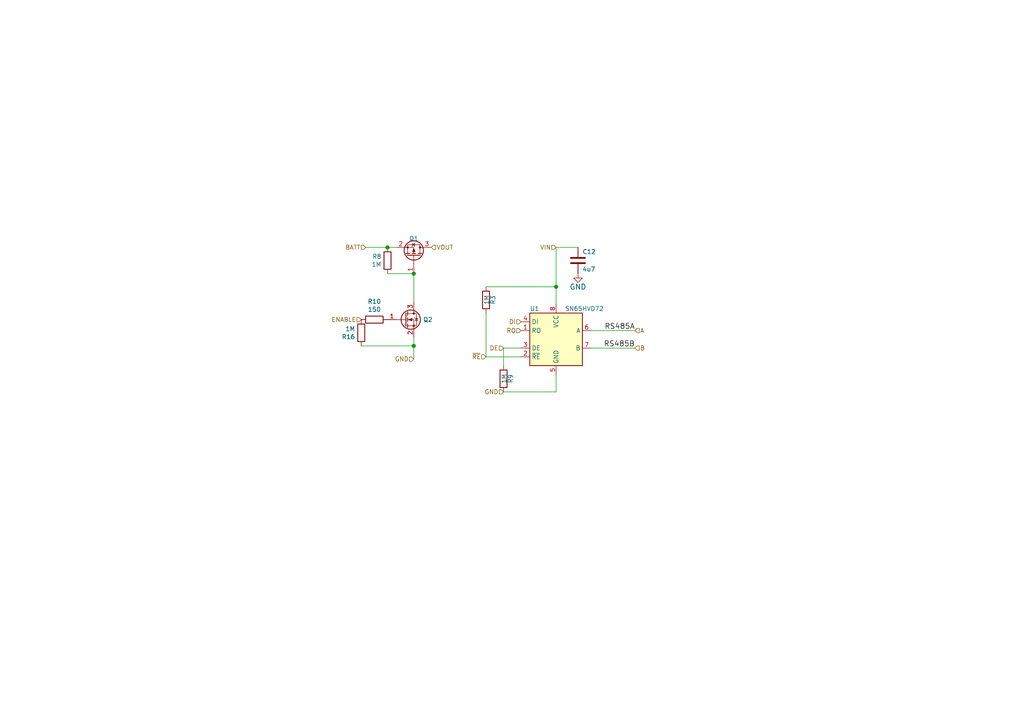
<source format=kicad_sch>
(kicad_sch (version 20230121) (generator eeschema)
  (paper "A4")
  (title_block (date "2020-01-17") (rev "1.2"))
  (lib_symbols
    (symbol "Device:C" (pin_numbers hide) (pin_names (offset 0.254))
      (property "Reference" "C" (at 0.635 2.54 0))
      (property "Value" "C" (at 0.635 -2.54 0))
      (symbol "C_0_1"
        (polyline (pts (xy -2.032 -0.762) (xy 2.032 -0.762)) (stroke (width 0.508)))
        (polyline (pts (xy -2.032 0.762) (xy 2.032 0.762)) (stroke (width 0.508)))
      )
      (symbol "C_1_1"
        (pin passive line (at 0 3.81 270) (length 2.794) (name "~") (number "1"))
        (pin passive line (at 0 -3.81 90) (length 2.794) (name "~") (number "2"))
      )
    )
    (symbol "Device:Q_NMOS_GSD" (pin_names (offset 0) hide)
      (property "Reference" "Q" (at 5.08 1.27 0))
      (property "Value" "Q_NMOS_GSD" (at 5.08 -1.27 0))
      (symbol "Q_NMOS_GSD_0_1"
        (polyline (pts (xy 0.254 0) (xy -2.54 0)))
        (polyline (pts (xy 0.254 1.905) (xy 0.254 -1.905)) (stroke (width 0.254)))
        (polyline (pts (xy 0.762 -1.27) (xy 0.762 -2.286)) (stroke (width 0.254)))
        (polyline (pts (xy 0.762 0.508) (xy 0.762 -0.508)) (stroke (width 0.254)))
        (polyline (pts (xy 0.762 2.286) (xy 0.762 1.27)) (stroke (width 0.254)))
        (polyline (pts (xy 2.54 2.54) (xy 2.54 1.778)))
        (polyline (pts (xy 2.54 -2.54) (xy 2.54 0) (xy 0.762 0)))
        (polyline (pts (xy 0.762 -1.778) (xy 3.302 -1.778) (xy 3.302 1.778) (xy 0.762 1.778)))
        (polyline (pts (xy 1.016 0) (xy 2.032 0.381) (xy 2.032 -0.381) (xy 1.016 0)) (fill (type outline)))
        (polyline (pts (xy 2.794 0.508) (xy 2.921 0.381) (xy 3.683 0.381) (xy 3.81 0.254)))
        (polyline (pts (xy 3.302 0.381) (xy 2.921 -0.254) (xy 3.683 -0.254) (xy 3.302 0.381)))
        (circle (center 1.651 0) (radius 2.794) (stroke (width 0.254)))
        (circle (center 2.54 -1.778) (radius 0.254) (fill (type outline)))
        (circle (center 2.54 1.778) (radius 0.254) (fill (type outline)))
      )
      (symbol "Q_NMOS_GSD_1_1"
        (pin input line (at -5.08 0 0) (length 2.54) (name "G") (number "1"))
        (pin passive line (at 2.54 -5.08 90) (length 2.54) (name "S") (number "2"))
        (pin passive line (at 2.54 5.08 270) (length 2.54) (name "D") (number "3"))
      )
    )
    (symbol "Device:Q_PMOS_GSD" (pin_names (offset 0) hide)
      (property "Reference" "Q" (at 5.08 1.27 0))
      (property "Value" "Q_PMOS_GSD" (at 5.08 -1.27 0))
      (symbol "Q_PMOS_GSD_0_1"
        (polyline (pts (xy 0.254 0) (xy -2.54 0)))
        (polyline (pts (xy 0.254 1.905) (xy 0.254 -1.905)) (stroke (width 0.254)))
        (polyline (pts (xy 0.762 -1.27) (xy 0.762 -2.286)) (stroke (width 0.254)))
        (polyline (pts (xy 0.762 0.508) (xy 0.762 -0.508)) (stroke (width 0.254)))
        (polyline (pts (xy 0.762 2.286) (xy 0.762 1.27)) (stroke (width 0.254)))
        (polyline (pts (xy 2.54 2.54) (xy 2.54 1.778)))
        (polyline (pts (xy 2.54 -2.54) (xy 2.54 0) (xy 0.762 0)))
        (polyline (pts (xy 0.762 1.778) (xy 3.302 1.778) (xy 3.302 -1.778) (xy 0.762 -1.778)))
        (polyline (pts (xy 2.286 0) (xy 1.27 0.381) (xy 1.27 -0.381) (xy 2.286 0)) (fill (type outline)))
        (polyline (pts (xy 2.794 -0.508) (xy 2.921 -0.381) (xy 3.683 -0.381) (xy 3.81 -0.254)))
        (polyline (pts (xy 3.302 -0.381) (xy 2.921 0.254) (xy 3.683 0.254) (xy 3.302 -0.381)))
        (circle (center 1.651 0) (radius 2.794) (stroke (width 0.254)))
        (circle (center 2.54 -1.778) (radius 0.254) (fill (type outline)))
        (circle (center 2.54 1.778) (radius 0.254) (fill (type outline)))
      )
      (symbol "Q_PMOS_GSD_1_1"
        (pin input line (at -5.08 0 0) (length 2.54) (name "G") (number "1"))
        (pin passive line (at 2.54 -5.08 90) (length 2.54) (name "S") (number "2"))
        (pin passive line (at 2.54 5.08 270) (length 2.54) (name "D") (number "3"))
      )
    )
    (symbol "Device:R" (pin_numbers hide) (pin_names (offset 0))
      (property "Reference" "R" (at 2.032 0 90))
      (property "Value" "R" (at 0 0 90))
      (symbol "R_0_1"
        (rectangle (start -1.016 -2.54) (end 1.016 2.54) (stroke (width 0.254)))
      )
      (symbol "R_1_1"
        (pin passive line (at 0 3.81 270) (length 1.27) (name "~") (number "1"))
        (pin passive line (at 0 -3.81 90) (length 1.27) (name "~") (number "2"))
      )
    )
    (symbol "miceuz:SN65HVD"
      (property "Reference" "U" (at -7.62 8.89 0))
      (property "Value" "SN65HVD" (at 2.54 8.89 0))
      (property "Footprint" "SO-8" (at 0 0 0))
      (symbol "SN65HVD_0_1"
        (rectangle (start -7.62 7.62) (end 7.62 -7.62) (stroke (width 0.254)) (fill (type background)))
      )
      (symbol "SN65HVD_1_1"
        (pin output line (at -10.16 2.54 0) (length 2.54) (name "RO") (number "1"))
        (pin input line (at -10.16 -5.08 0) (length 2.54) (name "~{RE}") (number "2"))
        (pin input line (at -10.16 -2.54 0) (length 2.54) (name "DE") (number "3"))
        (pin input line (at -10.16 5.08 0) (length 2.54) (name "DI") (number "4"))
        (pin power_in line (at 0 -10.16 90) (length 2.54) (name "GND") (number "5"))
        (pin bidirectional line (at 10.16 2.54 180) (length 2.54) (name "A") (number "6"))
        (pin bidirectional line (at 10.16 -2.54 180) (length 2.54) (name "B") (number "7"))
        (pin power_in line (at 0 10.16 270) (length 2.54) (name "VCC") (number "8"))
      )
    )
    (symbol "power:GND" (power) (pin_names (offset 0))
      (property "Value" "GND" (at 0 -3.81 0))
      (symbol "GND_0_1"
        (polyline (pts (xy 0 0) (xy 0 -1.27) (xy 1.27 -1.27) (xy 0 -2.54) (xy -1.27 -1.27) (xy 0 -1.27)))
      )
      (symbol "GND_1_1"
        (pin power_in line (at 0 0 270) (length 0) hide (name "GND") (number "1"))
      )
    )
  )
  (junction (at 120.015 100.33) (diameter 1.016))
  (junction (at 120.015 79.375) (diameter 1.016))
  (junction (at 161.29 83.185) (diameter 1.016))
  (junction (at 112.395 71.755) (diameter 1.016))
  (wire (pts (xy 140.97 90.805) (xy 140.97 103.505)))
  (wire (pts (xy 140.97 83.185) (xy 161.29 83.185)))
  (wire (pts (xy 161.29 88.265) (xy 161.29 83.185)))
  (wire (pts (xy 104.775 100.33) (xy 120.015 100.33)))
  (wire (pts (xy 112.395 71.755) (xy 114.935 71.755)))
  (wire (pts (xy 120.015 100.33) (xy 120.015 104.14)))
  (wire (pts (xy 146.05 106.045) (xy 146.05 100.965)))
  (wire (pts (xy 120.015 87.63) (xy 120.015 79.375)))
  (wire (pts (xy 112.395 79.375) (xy 120.015 79.375)))
  (wire (pts (xy 171.45 100.965) (xy 184.15 100.965)))
  (wire (pts (xy 171.45 95.885) (xy 184.15 95.885)))
  (wire (pts (xy 120.015 97.79) (xy 120.015 100.33)))
  (wire (pts (xy 146.05 113.665) (xy 161.29 113.665)))
  (wire (pts (xy 161.29 113.665) (xy 161.29 108.585)))
  (wire (pts (xy 140.97 103.505) (xy 151.13 103.505)))
  (wire (pts (xy 161.29 83.185) (xy 161.29 71.755)))
  (wire (pts (xy 146.05 100.965) (xy 151.13 100.965)))
  (wire (pts (xy 106.045 71.755) (xy 112.395 71.755)))
  (wire (pts (xy 161.29 71.755) (xy 167.64 71.755)))
  (label "RS485B" (at 184.15 100.965 180) (effects (font (size 1.524 1.524))))
  (label "RS485A" (at 184.15 95.885 180) (effects (font (size 1.524 1.524))))
  (hierarchical_label "BATT" (shape input) (at 106.045 71.755 180))
  (hierarchical_label "GND" (shape input) (at 120.015 104.14 180))
  (hierarchical_label "ENABLE" (shape input) (at 104.775 92.71 180))
  (hierarchical_label "B" (shape input) (at 184.15 100.965 0))
  (hierarchical_label "VIN" (shape input) (at 161.29 71.755 180))
  (hierarchical_label "DI" (shape input) (at 151.13 93.345 180))
  (hierarchical_label "GND" (shape input) (at 146.05 113.665 180))
  (hierarchical_label "~{RE}" (shape input) (at 140.97 103.505 180))
  (hierarchical_label "VOUT" (shape input) (at 125.095 71.755 0))
  (hierarchical_label "DE" (shape input) (at 146.05 100.965 180))
  (hierarchical_label "A" (shape input) (at 184.15 95.885 0))
  (hierarchical_label "RO" (shape input) (at 151.13 95.885 180))
  (symbol (lib_id "miceuz:SN65HVD") (at 161.29 98.425 0) (unit 1)
    (property "Reference" "U1" (at 153.67 89.535 0) (effects (justify left)))
    (property "Value" "SN65HVD72" (at 163.83 89.535 0) (effects (justify left)))
    (property "Footprint" "Package_SO:SOIC-8_3.9x4.9mm_P1.27mm" (effects hide))
    (property "PartNo" "SN65HVD72DR" (effects hide))
    (property "Manufacturer" "TEXAS INSTRUMENTS" (effects hide))
    (property "Distributor" "2542747" (effects hide))
    (property "LCSC" "C48125" (effects hide))
  )
  (symbol (lib_id "Device:C") (at 167.64 75.565 0) (unit 1)
    (property "Reference" "C12" (at 168.91 73.025 0) (effects (justify left)))
    (property "Value" "4u7" (at 168.91 78.105 0) (effects (justify left)))
    (property "Footprint" "Capacitor_SMD:C_0603_1608Metric" (effects hide))
    (property "Comment" "Generic X5R capacitor" (effects hide))
    (property "LCSC" "C19666" (effects hide))
  )
  (symbol (lib_id "power:GND") (at 167.64 79.375 0) (unit 1)
    (property "Reference" "#PWR018" (effects hide))
    (property "Value" "GND" (at 167.64 83.185 0) (effects (font (size 1.524 1.524))))
  )
  (symbol (lib_id "Device:R") (at 146.05 109.855 0) (unit 1)
    (property "Reference" "R9" (at 148.082 109.855 90))
    (property "Value" "1M" (at 146.2278 109.8296 90))
    (property "Footprint" "Resistor_SMD:R_0603_1608Metric" (effects hide))
    (property "Comment" "Generic 5% resistor" (effects hide))
    (property "LCSC" "C22935" (effects hide))
  )
  (symbol (lib_id "Device:R") (at 140.97 86.995 0) (unit 1)
    (property "Reference" "R3" (at 143.002 86.995 90))
    (property "Value" "1M" (at 141.1478 86.9696 90))
    (property "Footprint" "Resistor_SMD:R_0603_1608Metric" (effects hide))
    (property "Comment" "Generic 5% resistor" (effects hide))
    (property "LCSC" "C22935" (effects hide))
  )
  (symbol (lib_id "Device:Q_NMOS_GSD") (at 117.475 92.71 0) (unit 1)
    (property "Reference" "Q2" (at 122.7074 92.71 0) (effects (justify left)))
    (property "Value" "NTR4003" (effects hide))
    (property "Footprint" "Package_TO_SOT_SMD:SOT-23" (effects hide))
    (property "PartNo" "NTR4003NT1G" (effects hide))
    (property "Manufacturer" "ON SEMICONDUCTOR" (effects hide))
    (property "LCSC" "C8545" (effects hide))
  )
  (symbol (lib_id "Device:Q_PMOS_GSD") (at 120.015 74.295 270) (mirror x) (unit 1)
    (property "Reference" "Q1" (at 120.015 69.215 90))
    (property "Value" "NX2301P" (effects hide))
    (property "Footprint" "Package_TO_SOT_SMD:SOT-23" (effects hide))
    (property "PartNo" "NX2301P,215 " (effects hide))
    (property "Manufacturer" "NXP" (effects hide))
    (property "Distributor" "1894738" (effects hide))
    (property "Comment" "Exact as specified" (effects hide))
    (property "LCSC" "C10487" (effects hide))
  )
  (symbol (lib_id "Device:R") (at 112.395 75.565 0) (mirror x) (unit 1)
    (property "Reference" "R8" (at 110.6424 74.3966 0) (effects (justify right)))
    (property "Value" "1M" (at 110.6424 76.708 0) (effects (justify right)))
    (property "Footprint" "Resistor_SMD:R_0603_1608Metric" (effects hide))
    (property "LCSC" "C22935" (effects hide))
  )
  (symbol (lib_id "Device:R") (at 104.775 96.52 0) (unit 1)
    (property "Reference" "R16" (at 103.0224 97.6884 0) (effects (justify right)))
    (property "Value" "1M" (at 103.0224 95.377 0) (effects (justify right)))
    (property "Footprint" "Resistor_SMD:R_0603_1608Metric" (effects hide))
    (property "LCSC" "C22935" (effects hide))
  )
  (symbol (lib_id "Device:R") (at 108.585 92.71 270) (unit 1)
    (property "Reference" "R10" (at 108.585 87.4522 90))
    (property "Value" "150" (at 108.585 89.7636 90))
    (property "Footprint" "Resistor_SMD:R_0603_1608Metric" (effects hide))
    (property "LCSC" "C22808" (effects hide))
  )
)
</source>
